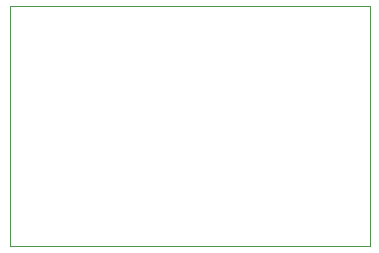
<source format=gbr>
%TF.GenerationSoftware,KiCad,Pcbnew,(5.1.7)-1*%
%TF.CreationDate,2021-01-04T21:33:55-06:00*%
%TF.ProjectId,pinballMods,70696e62-616c-46c4-9d6f-64732e6b6963,rev?*%
%TF.SameCoordinates,Original*%
%TF.FileFunction,Profile,NP*%
%FSLAX46Y46*%
G04 Gerber Fmt 4.6, Leading zero omitted, Abs format (unit mm)*
G04 Created by KiCad (PCBNEW (5.1.7)-1) date 2021-01-04 21:33:55*
%MOMM*%
%LPD*%
G01*
G04 APERTURE LIST*
%TA.AperFunction,Profile*%
%ADD10C,0.100000*%
%TD*%
G04 APERTURE END LIST*
D10*
X173990000Y-109220000D02*
X143510000Y-109220000D01*
X143510000Y-109220000D02*
X143510000Y-88900000D01*
X143510000Y-88900000D02*
X173990000Y-88900000D01*
X173990000Y-88900000D02*
X173990000Y-109220000D01*
M02*

</source>
